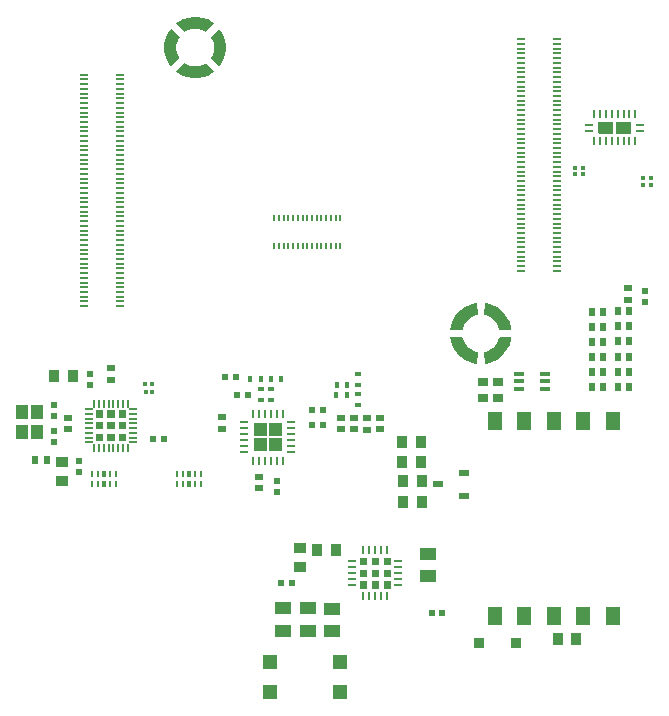
<source format=gtp>
G04*
G04 #@! TF.GenerationSoftware,Altium Limited,Altium Designer,20.0.13 (296)*
G04*
G04 Layer_Color=8421504*
%FSLAX44Y44*%
%MOMM*%
G71*
G01*
G75*
%ADD19R,0.2200X0.5000*%
%ADD20R,0.8500X0.3500*%
%ADD21R,0.6500X0.5500*%
%ADD22R,0.6200X0.6200*%
%ADD23R,0.9000X1.0000*%
%ADD24R,0.6200X0.6200*%
%ADD25R,0.5500X0.4500*%
%ADD26R,0.4500X0.5500*%
%ADD27R,0.2500X0.7500*%
%ADD28R,0.7500X0.2500*%
%ADD29R,1.2000X1.2000*%
%ADD30R,1.0000X0.9000*%
G04:AMPARAMS|DCode=31|XSize=0.55mm|YSize=0.8mm|CornerRadius=0.0495mm|HoleSize=0mm|Usage=FLASHONLY|Rotation=270.000|XOffset=0mm|YOffset=0mm|HoleType=Round|Shape=RoundedRectangle|*
%AMROUNDEDRECTD31*
21,1,0.5500,0.7010,0,0,270.0*
21,1,0.4510,0.8000,0,0,270.0*
1,1,0.0990,-0.3505,-0.2255*
1,1,0.0990,-0.3505,0.2255*
1,1,0.0990,0.3505,0.2255*
1,1,0.0990,0.3505,-0.2255*
%
%ADD31ROUNDEDRECTD31*%
%ADD32R,0.3600X0.3200*%
%ADD33R,0.9000X0.7000*%
G04:AMPARAMS|DCode=34|XSize=0.25mm|YSize=0.6mm|CornerRadius=0.025mm|HoleSize=0mm|Usage=FLASHONLY|Rotation=0.000|XOffset=0mm|YOffset=0mm|HoleType=Round|Shape=RoundedRectangle|*
%AMROUNDEDRECTD34*
21,1,0.2500,0.5500,0,0,0.0*
21,1,0.2000,0.6000,0,0,0.0*
1,1,0.0500,0.1000,-0.2750*
1,1,0.0500,-0.1000,-0.2750*
1,1,0.0500,-0.1000,0.2750*
1,1,0.0500,0.1000,0.2750*
%
%ADD34ROUNDEDRECTD34*%
G04:AMPARAMS|DCode=35|XSize=0.25mm|YSize=0.6mm|CornerRadius=0.025mm|HoleSize=0mm|Usage=FLASHONLY|Rotation=270.000|XOffset=0mm|YOffset=0mm|HoleType=Round|Shape=RoundedRectangle|*
%AMROUNDEDRECTD35*
21,1,0.2500,0.5500,0,0,270.0*
21,1,0.2000,0.6000,0,0,270.0*
1,1,0.0500,-0.2750,-0.1000*
1,1,0.0500,-0.2750,0.1000*
1,1,0.0500,0.2750,0.1000*
1,1,0.0500,0.2750,-0.1000*
%
%ADD35ROUNDEDRECTD35*%
%ADD36R,0.3200X0.3600*%
%ADD37R,0.5500X0.6500*%
%ADD38R,1.0000X1.2000*%
G04:AMPARAMS|DCode=39|XSize=0.2mm|YSize=0.565mm|CornerRadius=0.05mm|HoleSize=0mm|Usage=FLASHONLY|Rotation=0.000|XOffset=0mm|YOffset=0mm|HoleType=Round|Shape=RoundedRectangle|*
%AMROUNDEDRECTD39*
21,1,0.2000,0.4650,0,0,0.0*
21,1,0.1000,0.5650,0,0,0.0*
1,1,0.1000,0.0500,-0.2325*
1,1,0.1000,-0.0500,-0.2325*
1,1,0.1000,-0.0500,0.2325*
1,1,0.1000,0.0500,0.2325*
%
%ADD39ROUNDEDRECTD39*%
G04:AMPARAMS|DCode=40|XSize=0.4mm|YSize=0.565mm|CornerRadius=0.05mm|HoleSize=0mm|Usage=FLASHONLY|Rotation=0.000|XOffset=0mm|YOffset=0mm|HoleType=Round|Shape=RoundedRectangle|*
%AMROUNDEDRECTD40*
21,1,0.4000,0.4650,0,0,0.0*
21,1,0.3000,0.5650,0,0,0.0*
1,1,0.1000,0.1500,-0.2325*
1,1,0.1000,-0.1500,-0.2325*
1,1,0.1000,-0.1500,0.2325*
1,1,0.1000,0.1500,0.2325*
%
%ADD40ROUNDEDRECTD40*%
%ADD41O,0.7000X0.2000*%
%ADD42O,0.2000X0.7000*%
%ADD43R,1.2700X1.5500*%
%ADD44R,1.4000X1.0500*%
%ADD45R,0.7000X0.2500*%
%ADD46R,0.2500X0.7000*%
%ADD47R,0.7000X0.1800*%
%ADD48R,0.9000X0.9500*%
G36*
X211422Y593537D02*
X215508Y592130D01*
X219305Y590068D01*
X221007Y588738D01*
X214177Y581356D01*
X214177D01*
X213151Y582018D01*
X210961Y583098D01*
X208633Y583832D01*
X206220Y584203D01*
X203780D01*
X201367Y583832D01*
X199039Y583098D01*
X196849Y582018D01*
X195823Y581356D01*
X188993Y588738D01*
X190695Y590068D01*
X194492Y592130D01*
X198578Y593537D01*
X202840Y594250D01*
X207160D01*
X211422Y593537D01*
D02*
G37*
G36*
X225488Y584257D02*
X226818Y582555D01*
X228880Y578758D01*
X230287Y574672D01*
X231000Y570410D01*
Y566090D01*
X230287Y561828D01*
X228880Y557743D01*
X226818Y553945D01*
X225488Y552243D01*
X218106Y559073D01*
X218768Y560099D01*
X219848Y562289D01*
X220582Y564617D01*
X220953Y567029D01*
Y569470D01*
X220582Y571883D01*
X219848Y574211D01*
X218768Y576401D01*
X218106Y577427D01*
X225488Y584257D01*
Y584257D01*
D02*
G37*
G36*
X191894Y577427D02*
X191894Y577427D01*
X191232Y576401D01*
X190152Y574211D01*
X189418Y571883D01*
X189047Y569470D01*
Y567029D01*
X189418Y564617D01*
X190152Y562289D01*
X191232Y560099D01*
X191894Y559073D01*
X184512Y552243D01*
X184512D01*
X183182Y553945D01*
X181120Y557743D01*
X179713Y561828D01*
X179000Y566090D01*
Y570410D01*
X179713Y574672D01*
X181120Y578758D01*
X183182Y582555D01*
X184512Y584257D01*
X191894Y577427D01*
D02*
G37*
G36*
X195823Y555144D02*
X196849Y554482D01*
X199039Y553402D01*
X201367Y552668D01*
X203780Y552297D01*
X206220D01*
X208633Y552668D01*
X210961Y553402D01*
X213151Y554482D01*
X214177Y555144D01*
X221007Y547762D01*
X221007Y547762D01*
X219305Y546432D01*
X215508Y544370D01*
X211422Y542963D01*
X207160Y542250D01*
X202840D01*
X198578Y542963D01*
X194492Y544370D01*
X190695Y546432D01*
X188993Y547762D01*
X195823Y555144D01*
Y555144D01*
D02*
G37*
G36*
X573759Y505263D02*
X574041Y504982D01*
X574193Y504614D01*
Y504416D01*
Y496415D01*
Y496217D01*
X574041Y495849D01*
X573759Y495568D01*
X573392Y495415D01*
X561994D01*
X561627Y495568D01*
X561345Y495849D01*
X561193Y496217D01*
Y496415D01*
Y504416D01*
Y504614D01*
X561345Y504982D01*
X561627Y505263D01*
X561994Y505415D01*
X573392D01*
X573759Y505263D01*
D02*
G37*
G36*
X558759D02*
X559041Y504982D01*
X559193Y504614D01*
Y504416D01*
Y496415D01*
Y496217D01*
X559041Y495849D01*
X558759Y495568D01*
X558392Y495415D01*
X546994D01*
X546627Y495568D01*
X546345Y495849D01*
X546193Y496217D01*
Y496415D01*
Y504416D01*
Y504614D01*
X546345Y504982D01*
X546627Y505263D01*
X546994Y505415D01*
X558392D01*
X558759Y505263D01*
D02*
G37*
G36*
X452313Y351793D02*
X456456Y350566D01*
X460339Y348672D01*
X463857Y346162D01*
X466912Y343107D01*
X469422Y339589D01*
X471316Y335706D01*
X472543Y331563D01*
X472806Y329419D01*
X462757Y329028D01*
Y329028D01*
X462499Y330222D01*
X461714Y332534D01*
X460587Y334699D01*
X459144Y336668D01*
X457418Y338394D01*
X455449Y339837D01*
X453284Y340964D01*
X450972Y341749D01*
X449778Y342007D01*
X450169Y352056D01*
X452313Y351793D01*
D02*
G37*
G36*
X444222Y342007D02*
X443028Y341749D01*
X440716Y340964D01*
X438551Y339837D01*
X436582Y338394D01*
X434856Y336668D01*
X433413Y334699D01*
X432286Y332534D01*
X431501Y330222D01*
X431243Y329028D01*
X421194Y329419D01*
X421194D01*
X421457Y331563D01*
X422684Y335706D01*
X424578Y339589D01*
X427088Y343107D01*
X430143Y346162D01*
X433661Y348672D01*
X437544Y350566D01*
X441687Y351793D01*
X443831Y352056D01*
X444222Y342007D01*
D02*
G37*
G36*
X472806Y323081D02*
Y323081D01*
X472543Y320937D01*
X471316Y316794D01*
X469422Y312911D01*
X466912Y309393D01*
X463857Y306338D01*
X460339Y303828D01*
X456456Y301934D01*
X452313Y300707D01*
X450169Y300444D01*
X449778Y310493D01*
X449778D01*
X449778Y310493D01*
Y310493D01*
X450972Y310751D01*
X453284Y311536D01*
X455449Y312663D01*
X457418Y314106D01*
X459144Y315832D01*
X460587Y317801D01*
X461714Y319966D01*
X462499Y322278D01*
X462757Y323472D01*
X472806Y323081D01*
D02*
G37*
G36*
X431243Y323472D02*
X431501Y322278D01*
X432286Y319966D01*
X433413Y317801D01*
X434856Y315832D01*
X436582Y314106D01*
X438551Y312663D01*
X440716Y311536D01*
X443028Y310751D01*
X444222Y310493D01*
X443831Y300444D01*
X443831Y300444D01*
X441687Y300707D01*
X437544Y301934D01*
X433661Y303828D01*
X430143Y306338D01*
X427088Y309393D01*
X424578Y312911D01*
X422684Y316794D01*
X421457Y320937D01*
X421194Y323081D01*
X431243Y323472D01*
D01*
X431243D01*
X431243D01*
D02*
G37*
G36*
X146764Y255035D02*
X140764D01*
Y261035D01*
X146764D01*
Y255035D01*
D02*
G37*
G36*
X136764D02*
X130764D01*
Y261035D01*
X136764D01*
Y255035D01*
D02*
G37*
G36*
X126764D02*
X120764D01*
Y261035D01*
X126764D01*
Y255035D01*
D02*
G37*
G36*
X146764Y245035D02*
X140764D01*
Y251035D01*
X146764D01*
Y245035D01*
D02*
G37*
G36*
X136764D02*
X130764D01*
Y251035D01*
X136764D01*
Y245035D01*
D02*
G37*
G36*
X126764D02*
X120764D01*
Y251035D01*
X126764D01*
Y245035D01*
D02*
G37*
G36*
X265550Y239404D02*
X265551Y239403D01*
X254551D01*
Y250403D01*
X265550D01*
Y239404D01*
D02*
G37*
G36*
X278548Y239403D02*
X267549D01*
X267548Y239403D01*
Y250403D01*
X278548D01*
Y239403D01*
D02*
G37*
G36*
X146764Y235035D02*
X140764D01*
Y241035D01*
X146764D01*
Y235035D01*
D02*
G37*
G36*
X136764D02*
X130764D01*
Y241035D01*
X136764D01*
Y235035D01*
D02*
G37*
G36*
X126764D02*
X120764D01*
Y241035D01*
X126764D01*
Y235035D01*
D02*
G37*
G36*
X278548Y226406D02*
X267549D01*
Y237405D01*
X267548Y237406D01*
X278548D01*
Y226406D01*
D02*
G37*
G36*
X265552D02*
X254552D01*
Y237405D01*
X265551D01*
X265552Y237406D01*
Y226406D01*
D02*
G37*
G36*
X370500Y130250D02*
X364501D01*
Y136250D01*
X370500D01*
Y130250D01*
D02*
G37*
G36*
X360500D02*
X354501D01*
Y136250D01*
X360500D01*
Y130250D01*
D02*
G37*
G36*
X350500D02*
X344501D01*
Y136250D01*
X350500D01*
Y130250D01*
D02*
G37*
G36*
X370500Y120250D02*
X364501D01*
Y126250D01*
X370500D01*
Y120250D01*
D02*
G37*
G36*
X360500D02*
X354501D01*
Y126250D01*
X360500D01*
Y120250D01*
D02*
G37*
G36*
X350500D02*
X344501D01*
Y126250D01*
X350500D01*
Y120250D01*
D02*
G37*
G36*
X370500Y110250D02*
X364501D01*
Y116250D01*
X370500D01*
Y110250D01*
D02*
G37*
G36*
X360500D02*
X354501D01*
Y116250D01*
X360500D01*
Y110250D01*
D02*
G37*
G36*
X350500D02*
X344501D01*
Y116250D01*
X350500D01*
Y110250D01*
D02*
G37*
D19*
X307945Y424283D02*
D03*
X311945D02*
D03*
X327944Y400283D02*
D03*
X323945D02*
D03*
X319944D02*
D03*
X315944D02*
D03*
X311945D02*
D03*
X307945D02*
D03*
X303944D02*
D03*
X299944D02*
D03*
X295944D02*
D03*
X291945D02*
D03*
X287945D02*
D03*
X283944D02*
D03*
X279944D02*
D03*
X275944D02*
D03*
X271945D02*
D03*
Y424283D02*
D03*
X275944D02*
D03*
X279944D02*
D03*
X283944D02*
D03*
X287945D02*
D03*
X291945D02*
D03*
X295944D02*
D03*
X299944D02*
D03*
X303944D02*
D03*
X315944D02*
D03*
X319944D02*
D03*
X323945D02*
D03*
X327944D02*
D03*
D20*
X479500Y279250D02*
D03*
Y285750D02*
D03*
Y292250D02*
D03*
X501500D02*
D03*
Y285750D02*
D03*
Y279250D02*
D03*
D21*
X571142Y354814D02*
D03*
Y364814D02*
D03*
X133969Y296528D02*
D03*
Y286528D02*
D03*
X259370Y205028D02*
D03*
Y195028D02*
D03*
X361774Y244908D02*
D03*
Y254908D02*
D03*
X350747Y254711D02*
D03*
Y244711D02*
D03*
X328188Y245026D02*
D03*
Y255026D02*
D03*
X339576D02*
D03*
Y245026D02*
D03*
X227912Y245518D02*
D03*
Y255518D02*
D03*
X97764Y255035D02*
D03*
Y245035D02*
D03*
D22*
X585701Y362202D02*
D03*
Y353202D02*
D03*
X116264Y282528D02*
D03*
Y291528D02*
D03*
X274381Y192369D02*
D03*
Y201369D02*
D03*
X106500Y218000D02*
D03*
Y209000D02*
D03*
X85764Y265535D02*
D03*
Y256535D02*
D03*
X85764Y234535D02*
D03*
Y243535D02*
D03*
D23*
X85661Y290028D02*
D03*
X101661D02*
D03*
X396761Y201102D02*
D03*
X380761D02*
D03*
X380761Y183305D02*
D03*
X396761D02*
D03*
X380129Y234483D02*
D03*
X396129D02*
D03*
X396445Y217740D02*
D03*
X380445D02*
D03*
X308555Y143054D02*
D03*
X324555D02*
D03*
X511852Y67555D02*
D03*
X527852D02*
D03*
D24*
X313211Y248944D02*
D03*
X304211D02*
D03*
X240369Y274278D02*
D03*
X249370D02*
D03*
X313289Y261193D02*
D03*
X304289D02*
D03*
X230620Y289404D02*
D03*
X239620D02*
D03*
X178684Y236750D02*
D03*
X169684D02*
D03*
X286971Y115071D02*
D03*
X277971D02*
D03*
X414250Y89500D02*
D03*
X405250D02*
D03*
D25*
X342942Y274877D02*
D03*
Y265877D02*
D03*
Y291877D02*
D03*
Y282877D02*
D03*
X269550Y269904D02*
D03*
Y278904D02*
D03*
X260550Y269904D02*
D03*
Y278904D02*
D03*
D26*
X324692Y282877D02*
D03*
X333692D02*
D03*
X269050Y287404D02*
D03*
X278050D02*
D03*
X260550D02*
D03*
X251550D02*
D03*
X324568Y274030D02*
D03*
X333568D02*
D03*
D27*
X254050Y218404D02*
D03*
X259050D02*
D03*
X264050D02*
D03*
X269050D02*
D03*
X274050D02*
D03*
X279050D02*
D03*
Y258404D02*
D03*
X274050D02*
D03*
X269050D02*
D03*
X264050D02*
D03*
X259050D02*
D03*
X254050D02*
D03*
D28*
X286550Y225904D02*
D03*
Y230904D02*
D03*
Y235904D02*
D03*
Y240904D02*
D03*
Y245904D02*
D03*
Y250904D02*
D03*
X246550D02*
D03*
Y245904D02*
D03*
Y240904D02*
D03*
Y235904D02*
D03*
Y230904D02*
D03*
Y225904D02*
D03*
D29*
X268750Y22750D02*
D03*
Y47750D02*
D03*
X327750Y22750D02*
D03*
Y47750D02*
D03*
D30*
X92500Y217250D02*
D03*
Y201250D02*
D03*
X294118Y128197D02*
D03*
Y144197D02*
D03*
D31*
X410700Y198450D02*
D03*
X432700Y207950D02*
D03*
Y188950D02*
D03*
D32*
X163049Y276579D02*
D03*
X168649D02*
D03*
X162950Y283250D02*
D03*
X168550D02*
D03*
D33*
X449000Y271250D02*
D03*
Y285250D02*
D03*
X461500Y271250D02*
D03*
Y285250D02*
D03*
D34*
X567693Y511915D02*
D03*
X572693D02*
D03*
X547693D02*
D03*
X552693D02*
D03*
X577693D02*
D03*
X562693D02*
D03*
X557693D02*
D03*
X542693D02*
D03*
X547693Y488915D02*
D03*
X542693D02*
D03*
X567693D02*
D03*
X562693D02*
D03*
X557693D02*
D03*
X552693D02*
D03*
X577693D02*
D03*
X572693D02*
D03*
D35*
X538693Y502915D02*
D03*
Y497915D02*
D03*
X581693D02*
D03*
Y502915D02*
D03*
D36*
X591000Y451818D02*
D03*
Y457418D02*
D03*
X584000Y451818D02*
D03*
Y457418D02*
D03*
X533243Y460814D02*
D03*
Y466414D02*
D03*
X526243Y460814D02*
D03*
Y466414D02*
D03*
D37*
X79250Y218750D02*
D03*
X69250D02*
D03*
X540718Y331968D02*
D03*
X550718D02*
D03*
X572718Y332218D02*
D03*
X562718D02*
D03*
X540718Y344768D02*
D03*
X550718D02*
D03*
X540718Y319168D02*
D03*
X550718D02*
D03*
X540718Y293568D02*
D03*
X550718D02*
D03*
X540718Y306368D02*
D03*
X550718D02*
D03*
X540718Y280768D02*
D03*
X550718D02*
D03*
X572718Y345018D02*
D03*
X562718D02*
D03*
X572718Y319418D02*
D03*
X562718D02*
D03*
X572718Y306618D02*
D03*
X562718D02*
D03*
X572718Y293818D02*
D03*
X562718D02*
D03*
X572718Y281018D02*
D03*
X562718D02*
D03*
D38*
X58264Y242535D02*
D03*
X71264Y259535D02*
D03*
Y242535D02*
D03*
X58264Y259535D02*
D03*
D39*
X190000Y207175D02*
D03*
X195000D02*
D03*
X205000D02*
D03*
X210000D02*
D03*
Y198825D02*
D03*
X205000D02*
D03*
X195000D02*
D03*
X190000D02*
D03*
X118000Y207175D02*
D03*
X123000D02*
D03*
X133000D02*
D03*
X138000D02*
D03*
Y198825D02*
D03*
X133000D02*
D03*
X123000D02*
D03*
X118000D02*
D03*
D40*
X200000Y207175D02*
D03*
Y198825D02*
D03*
X128000Y207175D02*
D03*
Y198825D02*
D03*
D41*
X115014Y234035D02*
D03*
Y238035D02*
D03*
Y242035D02*
D03*
Y246035D02*
D03*
Y250035D02*
D03*
Y254035D02*
D03*
Y258035D02*
D03*
Y262035D02*
D03*
X152514D02*
D03*
Y258035D02*
D03*
Y254035D02*
D03*
Y250035D02*
D03*
Y246035D02*
D03*
Y242035D02*
D03*
Y238035D02*
D03*
Y234035D02*
D03*
D42*
X119764Y266785D02*
D03*
X123764D02*
D03*
X127764D02*
D03*
X131764D02*
D03*
X135764D02*
D03*
X139764D02*
D03*
X143764D02*
D03*
X147764D02*
D03*
Y229285D02*
D03*
X143764D02*
D03*
X139764D02*
D03*
X135764D02*
D03*
X131764D02*
D03*
X127764D02*
D03*
X123764D02*
D03*
X119764D02*
D03*
D43*
X558750Y252250D02*
D03*
X533750D02*
D03*
X508750D02*
D03*
X483750D02*
D03*
X458750D02*
D03*
X558750Y86750D02*
D03*
X533750D02*
D03*
X508750D02*
D03*
X483750D02*
D03*
X458750D02*
D03*
D44*
X402126Y120663D02*
D03*
Y139663D02*
D03*
X279750Y93500D02*
D03*
Y74500D02*
D03*
X320750Y93250D02*
D03*
Y74250D02*
D03*
X300250Y93500D02*
D03*
Y74500D02*
D03*
D45*
X377001Y133250D02*
D03*
Y128250D02*
D03*
Y123250D02*
D03*
Y118250D02*
D03*
Y113250D02*
D03*
X338000D02*
D03*
Y118250D02*
D03*
Y123250D02*
D03*
Y128250D02*
D03*
Y133250D02*
D03*
D46*
X367500Y103750D02*
D03*
X362500D02*
D03*
X357500D02*
D03*
X352500D02*
D03*
X347500D02*
D03*
Y142750D02*
D03*
X352500D02*
D03*
X357500D02*
D03*
X362500D02*
D03*
X367500D02*
D03*
D47*
X480600Y379250D02*
D03*
Y383250D02*
D03*
Y387250D02*
D03*
Y391250D02*
D03*
Y395250D02*
D03*
Y399250D02*
D03*
Y403250D02*
D03*
Y407250D02*
D03*
Y411250D02*
D03*
Y415250D02*
D03*
Y419250D02*
D03*
Y423250D02*
D03*
Y427250D02*
D03*
Y431250D02*
D03*
Y435250D02*
D03*
Y439250D02*
D03*
Y443250D02*
D03*
Y447250D02*
D03*
Y451250D02*
D03*
Y455250D02*
D03*
Y459250D02*
D03*
Y463250D02*
D03*
Y467250D02*
D03*
Y471250D02*
D03*
Y475250D02*
D03*
Y479250D02*
D03*
Y483250D02*
D03*
Y487250D02*
D03*
Y491250D02*
D03*
Y495250D02*
D03*
Y499250D02*
D03*
Y503250D02*
D03*
Y507250D02*
D03*
Y511250D02*
D03*
Y515250D02*
D03*
Y519250D02*
D03*
Y523250D02*
D03*
Y527250D02*
D03*
Y531250D02*
D03*
Y535250D02*
D03*
Y539250D02*
D03*
Y543250D02*
D03*
Y547250D02*
D03*
Y551250D02*
D03*
Y555250D02*
D03*
Y559250D02*
D03*
Y563250D02*
D03*
Y567250D02*
D03*
Y571250D02*
D03*
Y575250D02*
D03*
X511400Y379250D02*
D03*
Y383250D02*
D03*
Y387250D02*
D03*
Y391250D02*
D03*
Y395250D02*
D03*
Y399250D02*
D03*
Y403250D02*
D03*
Y407250D02*
D03*
Y411250D02*
D03*
Y415250D02*
D03*
Y419250D02*
D03*
Y423250D02*
D03*
Y427250D02*
D03*
Y431250D02*
D03*
Y435250D02*
D03*
Y439250D02*
D03*
Y443250D02*
D03*
Y447250D02*
D03*
Y451250D02*
D03*
Y455250D02*
D03*
Y459250D02*
D03*
Y463250D02*
D03*
Y467250D02*
D03*
Y471250D02*
D03*
Y475250D02*
D03*
Y479250D02*
D03*
Y483250D02*
D03*
Y487250D02*
D03*
Y491250D02*
D03*
Y495250D02*
D03*
Y499250D02*
D03*
Y503250D02*
D03*
Y507250D02*
D03*
Y511250D02*
D03*
Y515250D02*
D03*
Y519250D02*
D03*
Y523250D02*
D03*
Y527250D02*
D03*
Y531250D02*
D03*
Y535250D02*
D03*
Y539250D02*
D03*
Y543250D02*
D03*
Y547250D02*
D03*
Y551250D02*
D03*
Y555250D02*
D03*
Y559250D02*
D03*
Y563250D02*
D03*
Y567250D02*
D03*
Y571250D02*
D03*
Y575250D02*
D03*
X110600Y349250D02*
D03*
Y353250D02*
D03*
Y357250D02*
D03*
Y361250D02*
D03*
Y365250D02*
D03*
Y369250D02*
D03*
Y373250D02*
D03*
Y377250D02*
D03*
Y381250D02*
D03*
Y385250D02*
D03*
Y389250D02*
D03*
Y393250D02*
D03*
Y397250D02*
D03*
Y401250D02*
D03*
Y405250D02*
D03*
Y409250D02*
D03*
Y413250D02*
D03*
Y417250D02*
D03*
Y421250D02*
D03*
Y425250D02*
D03*
Y429250D02*
D03*
Y433250D02*
D03*
Y437250D02*
D03*
Y441250D02*
D03*
Y445250D02*
D03*
Y449250D02*
D03*
Y453250D02*
D03*
Y457250D02*
D03*
Y461250D02*
D03*
Y465250D02*
D03*
Y469250D02*
D03*
Y473250D02*
D03*
Y477250D02*
D03*
Y481250D02*
D03*
Y485250D02*
D03*
Y489250D02*
D03*
Y493250D02*
D03*
Y497250D02*
D03*
Y501250D02*
D03*
Y505250D02*
D03*
Y509250D02*
D03*
Y513250D02*
D03*
Y517250D02*
D03*
Y521250D02*
D03*
Y525250D02*
D03*
Y529250D02*
D03*
Y533250D02*
D03*
Y537250D02*
D03*
Y541250D02*
D03*
Y545250D02*
D03*
X141400Y349250D02*
D03*
Y353250D02*
D03*
Y357250D02*
D03*
Y361250D02*
D03*
Y365250D02*
D03*
Y369250D02*
D03*
Y373250D02*
D03*
Y377250D02*
D03*
Y381250D02*
D03*
Y385250D02*
D03*
Y389250D02*
D03*
Y393250D02*
D03*
Y397250D02*
D03*
Y401250D02*
D03*
Y405250D02*
D03*
Y409250D02*
D03*
Y413250D02*
D03*
Y417250D02*
D03*
Y421250D02*
D03*
Y425250D02*
D03*
Y429250D02*
D03*
Y433250D02*
D03*
Y437250D02*
D03*
Y441250D02*
D03*
Y445250D02*
D03*
Y449250D02*
D03*
Y453250D02*
D03*
Y457250D02*
D03*
Y461250D02*
D03*
Y465250D02*
D03*
Y469250D02*
D03*
Y473250D02*
D03*
Y477250D02*
D03*
Y481250D02*
D03*
Y485250D02*
D03*
Y489250D02*
D03*
Y493250D02*
D03*
Y497250D02*
D03*
Y501250D02*
D03*
Y505250D02*
D03*
Y509250D02*
D03*
Y513250D02*
D03*
Y517250D02*
D03*
Y521250D02*
D03*
Y525250D02*
D03*
Y529250D02*
D03*
Y533250D02*
D03*
Y537250D02*
D03*
Y541250D02*
D03*
Y545250D02*
D03*
D48*
X445500Y64500D02*
D03*
X477000Y64500D02*
D03*
M02*

</source>
